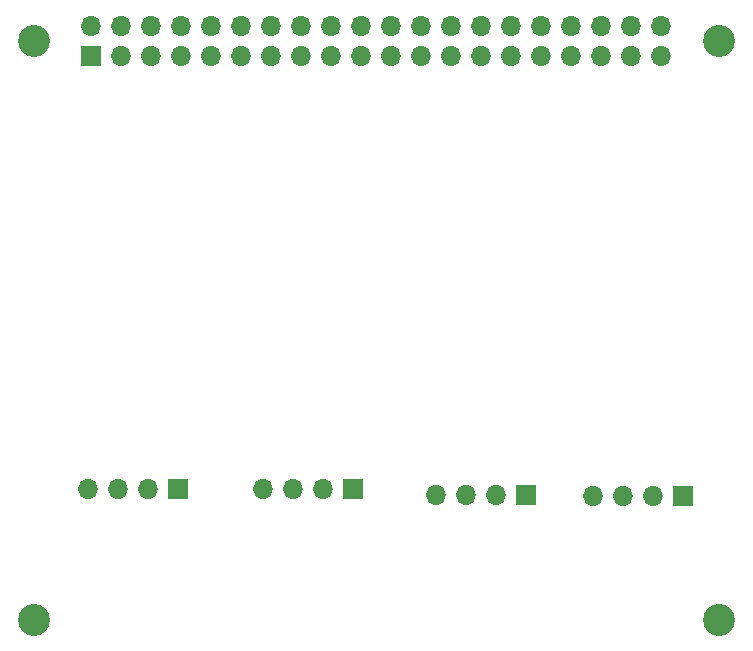
<source format=gbs>
G04 #@! TF.GenerationSoftware,KiCad,Pcbnew,7.0.8*
G04 #@! TF.CreationDate,2023-11-16T17:33:30+00:00*
G04 #@! TF.ProjectId,ActionServer,41637469-6f6e-4536-9572-7665722e6b69,rev?*
G04 #@! TF.SameCoordinates,Original*
G04 #@! TF.FileFunction,Soldermask,Bot*
G04 #@! TF.FilePolarity,Negative*
%FSLAX46Y46*%
G04 Gerber Fmt 4.6, Leading zero omitted, Abs format (unit mm)*
G04 Created by KiCad (PCBNEW 7.0.8) date 2023-11-16 17:33:30*
%MOMM*%
%LPD*%
G01*
G04 APERTURE LIST*
%ADD10R,1.700000X1.700000*%
%ADD11O,1.700000X1.700000*%
%ADD12C,2.700000*%
G04 APERTURE END LIST*
D10*
X115738000Y-85457000D03*
D11*
X113198000Y-85457000D03*
X110658000Y-85457000D03*
X108118000Y-85457000D03*
D12*
X161500000Y-47500000D03*
D10*
X145202000Y-85973000D03*
D11*
X142662000Y-85973000D03*
X140122000Y-85973000D03*
X137582000Y-85973000D03*
D12*
X103500000Y-96500000D03*
X103500000Y-47500000D03*
D10*
X158420000Y-86030000D03*
D11*
X155880000Y-86030000D03*
X153340000Y-86030000D03*
X150800000Y-86030000D03*
D12*
X161500000Y-96500000D03*
D11*
X122860000Y-85457000D03*
X125400000Y-85457000D03*
X127940000Y-85457000D03*
D10*
X130480000Y-85457000D03*
X108370000Y-48770000D03*
D11*
X108370000Y-46230000D03*
X110910000Y-48770000D03*
X110910000Y-46230000D03*
X113450000Y-48770000D03*
X113450000Y-46230000D03*
X115990000Y-48770000D03*
X115990000Y-46230000D03*
X118530000Y-48770000D03*
X118530000Y-46230000D03*
X121070000Y-48770000D03*
X121070000Y-46230000D03*
X123610000Y-48770000D03*
X123610000Y-46230000D03*
X126150000Y-48770000D03*
X126150000Y-46230000D03*
X128690000Y-48770000D03*
X128690000Y-46230000D03*
X131230000Y-48770000D03*
X131230000Y-46230000D03*
X133770000Y-48770000D03*
X133770000Y-46230000D03*
X136310000Y-48770000D03*
X136310000Y-46230000D03*
X138850000Y-48770000D03*
X138850000Y-46230000D03*
X141390000Y-48770000D03*
X141390000Y-46230000D03*
X143930000Y-48770000D03*
X143930000Y-46230000D03*
X146470000Y-48770000D03*
X146470000Y-46230000D03*
X149010000Y-48770000D03*
X149010000Y-46230000D03*
X151550000Y-48770000D03*
X151550000Y-46230000D03*
X154090000Y-48770000D03*
X154090000Y-46230000D03*
X156630000Y-48770000D03*
X156630000Y-46230000D03*
M02*

</source>
